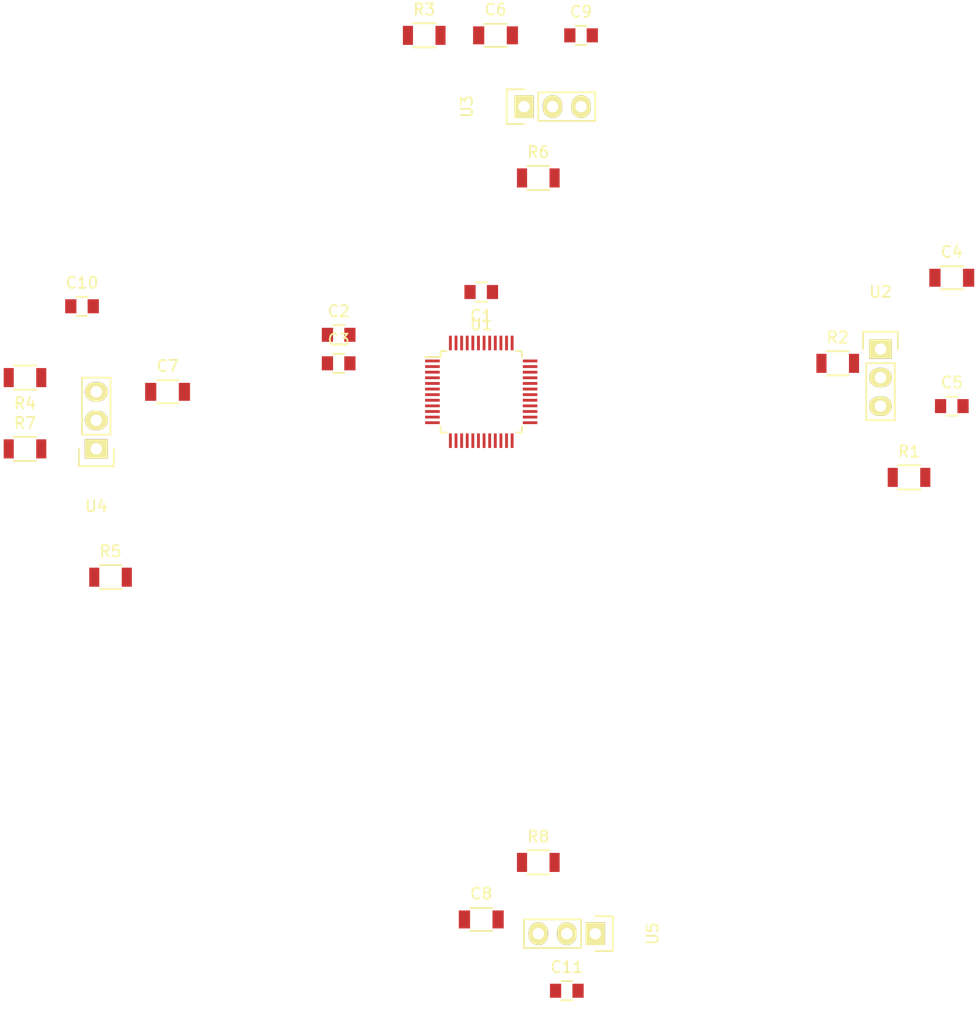
<source format=kicad_pcb>
(kicad_pcb (version 4) (host pcbnew 4.0.4-stable)

  (general
    (links 48)
    (no_connects 48)
    (area 0 0 0 0)
    (thickness 1.6)
    (drawings 0)
    (tracks 0)
    (zones 0)
    (modules 24)
    (nets 51)
  )

  (page A4)
  (title_block
    (title LO_Necklet)
    (date 2017-06-23)
    (rev A)
    (company "Light Orchard")
    (comment 1 "Matthew Swarts")
  )

  (layers
    (0 F.Cu signal)
    (31 B.Cu signal)
    (32 B.Adhes user)
    (33 F.Adhes user)
    (34 B.Paste user)
    (35 F.Paste user)
    (36 B.SilkS user)
    (37 F.SilkS user)
    (38 B.Mask user)
    (39 F.Mask user)
    (40 Dwgs.User user)
    (41 Cmts.User user)
    (42 Eco1.User user)
    (43 Eco2.User user)
    (44 Edge.Cuts user)
    (45 Margin user)
    (46 B.CrtYd user)
    (47 F.CrtYd user)
    (48 B.Fab user)
    (49 F.Fab user)
  )

  (setup
    (last_trace_width 0.25)
    (trace_clearance 0.2)
    (zone_clearance 0.508)
    (zone_45_only no)
    (trace_min 0.2)
    (segment_width 0.2)
    (edge_width 0.15)
    (via_size 0.6)
    (via_drill 0.4)
    (via_min_size 0.4)
    (via_min_drill 0.3)
    (uvia_size 0.3)
    (uvia_drill 0.1)
    (uvias_allowed no)
    (uvia_min_size 0.2)
    (uvia_min_drill 0.1)
    (pcb_text_width 0.3)
    (pcb_text_size 1.5 1.5)
    (mod_edge_width 0.15)
    (mod_text_size 1 1)
    (mod_text_width 0.15)
    (pad_size 1.524 1.524)
    (pad_drill 0.762)
    (pad_to_mask_clearance 0.2)
    (aux_axis_origin 0 0)
    (visible_elements FFFFFF7F)
    (pcbplotparams
      (layerselection 0x00030_80000001)
      (usegerberextensions false)
      (excludeedgelayer true)
      (linewidth 0.250000)
      (plotframeref false)
      (viasonmask false)
      (mode 1)
      (useauxorigin false)
      (hpglpennumber 1)
      (hpglpenspeed 20)
      (hpglpendiameter 15)
      (hpglpenoverlay 2)
      (psnegative false)
      (psa4output false)
      (plotreference true)
      (plotvalue true)
      (plotinvisibletext false)
      (padsonsilk false)
      (subtractmaskfromsilk false)
      (outputformat 1)
      (mirror false)
      (drillshape 1)
      (scaleselection 1)
      (outputdirectory ""))
  )

  (net 0 "")
  (net 1 GND)
  (net 2 "Net-(C1-Pad2)")
  (net 3 "Net-(C2-Pad2)")
  (net 4 "Net-(C3-Pad2)")
  (net 5 "Net-(C4-Pad1)")
  (net 6 "Net-(C6-Pad1)")
  (net 7 "Net-(C10-Pad1)")
  (net 8 "Net-(C11-Pad1)")
  (net 9 V33)
  (net 10 IRIN1)
  (net 11 IRIN2)
  (net 12 IRIN3)
  (net 13 IRIN4)
  (net 14 A0)
  (net 15 AREF)
  (net 16 A1)
  (net 17 A2)
  (net 18 A3)
  (net 19 A4)
  (net 20 D8)
  (net 21 D9)
  (net 22 D4)
  (net 23 D3)
  (net 24 D1)
  (net 25 D0)
  (net 26 MOSI1)
  (net 27 SK1)
  (net 28 MISO1)
  (net 29 "Net-(U1-Pad22)")
  (net 30 D2)
  (net 31 D5)
  (net 32 D11)
  (net 33 D13)
  (net 34 D10)
  (net 35 D12)
  (net 36 D6)
  (net 37 D7)
  (net 38 SDA1)
  (net 39 SCL1)
  (net 40 D-)
  (net 41 D+)
  (net 42 TXD1)
  (net 43 RXD1)
  (net 44 TXLED)
  (net 45 RESET)
  (net 46 USBHOSTEN)
  (net 47 SWCLK)
  (net 48 SWDIO)
  (net 49 A5)
  (net 50 RXLED)

  (net_class Default "This is the default net class."
    (clearance 0.2)
    (trace_width 0.25)
    (via_dia 0.6)
    (via_drill 0.4)
    (uvia_dia 0.3)
    (uvia_drill 0.1)
    (add_net A0)
    (add_net A1)
    (add_net A2)
    (add_net A3)
    (add_net A4)
    (add_net A5)
    (add_net AREF)
    (add_net D+)
    (add_net D-)
    (add_net D0)
    (add_net D1)
    (add_net D10)
    (add_net D11)
    (add_net D12)
    (add_net D13)
    (add_net D2)
    (add_net D3)
    (add_net D4)
    (add_net D5)
    (add_net D6)
    (add_net D7)
    (add_net D8)
    (add_net D9)
    (add_net GND)
    (add_net IRIN1)
    (add_net IRIN2)
    (add_net IRIN3)
    (add_net IRIN4)
    (add_net MISO1)
    (add_net MOSI1)
    (add_net "Net-(C1-Pad2)")
    (add_net "Net-(C10-Pad1)")
    (add_net "Net-(C11-Pad1)")
    (add_net "Net-(C2-Pad2)")
    (add_net "Net-(C3-Pad2)")
    (add_net "Net-(C4-Pad1)")
    (add_net "Net-(C6-Pad1)")
    (add_net "Net-(U1-Pad22)")
    (add_net RESET)
    (add_net RXD1)
    (add_net RXLED)
    (add_net SCL1)
    (add_net SDA1)
    (add_net SK1)
    (add_net SWCLK)
    (add_net SWDIO)
    (add_net TXD1)
    (add_net TXLED)
    (add_net USBHOSTEN)
    (add_net V33)
  )

  (module Capacitors_SMD:C_0805 (layer F.Cu) (tedit 5415D6EA) (tstamp 594D2E2B)
    (at 135.89 63.5 180)
    (descr "Capacitor SMD 0805, reflow soldering, AVX (see smccp.pdf)")
    (tags "capacitor 0805")
    (path /594D1F1A)
    (attr smd)
    (fp_text reference C1 (at 0 -2.1 180) (layer F.SilkS)
      (effects (font (size 1 1) (thickness 0.15)))
    )
    (fp_text value 1uF (at 0 2.1 180) (layer F.Fab)
      (effects (font (size 1 1) (thickness 0.15)))
    )
    (fp_line (start -1.8 -1) (end 1.8 -1) (layer F.CrtYd) (width 0.05))
    (fp_line (start -1.8 1) (end 1.8 1) (layer F.CrtYd) (width 0.05))
    (fp_line (start -1.8 -1) (end -1.8 1) (layer F.CrtYd) (width 0.05))
    (fp_line (start 1.8 -1) (end 1.8 1) (layer F.CrtYd) (width 0.05))
    (fp_line (start 0.5 -0.85) (end -0.5 -0.85) (layer F.SilkS) (width 0.15))
    (fp_line (start -0.5 0.85) (end 0.5 0.85) (layer F.SilkS) (width 0.15))
    (pad 1 smd rect (at -1 0 180) (size 1 1.25) (layers F.Cu F.Paste F.Mask)
      (net 1 GND))
    (pad 2 smd rect (at 1 0 180) (size 1 1.25) (layers F.Cu F.Paste F.Mask)
      (net 2 "Net-(C1-Pad2)"))
    (model Capacitors_SMD.3dshapes/C_0805.wrl
      (at (xyz 0 0 0))
      (scale (xyz 1 1 1))
      (rotate (xyz 0 0 0))
    )
  )

  (module Capacitors_SMD:C_0805 (layer F.Cu) (tedit 5415D6EA) (tstamp 594D2E31)
    (at 123.19 67.31)
    (descr "Capacitor SMD 0805, reflow soldering, AVX (see smccp.pdf)")
    (tags "capacitor 0805")
    (path /594D137B)
    (attr smd)
    (fp_text reference C2 (at 0 -2.1) (layer F.SilkS)
      (effects (font (size 1 1) (thickness 0.15)))
    )
    (fp_text value 22pF (at 0 2.1) (layer F.Fab)
      (effects (font (size 1 1) (thickness 0.15)))
    )
    (fp_line (start -1.8 -1) (end 1.8 -1) (layer F.CrtYd) (width 0.05))
    (fp_line (start -1.8 1) (end 1.8 1) (layer F.CrtYd) (width 0.05))
    (fp_line (start -1.8 -1) (end -1.8 1) (layer F.CrtYd) (width 0.05))
    (fp_line (start 1.8 -1) (end 1.8 1) (layer F.CrtYd) (width 0.05))
    (fp_line (start 0.5 -0.85) (end -0.5 -0.85) (layer F.SilkS) (width 0.15))
    (fp_line (start -0.5 0.85) (end 0.5 0.85) (layer F.SilkS) (width 0.15))
    (pad 1 smd rect (at -1 0) (size 1 1.25) (layers F.Cu F.Paste F.Mask)
      (net 1 GND))
    (pad 2 smd rect (at 1 0) (size 1 1.25) (layers F.Cu F.Paste F.Mask)
      (net 3 "Net-(C2-Pad2)"))
    (model Capacitors_SMD.3dshapes/C_0805.wrl
      (at (xyz 0 0 0))
      (scale (xyz 1 1 1))
      (rotate (xyz 0 0 0))
    )
  )

  (module Capacitors_SMD:C_0805 (layer F.Cu) (tedit 5415D6EA) (tstamp 594D2E37)
    (at 123.19 69.85)
    (descr "Capacitor SMD 0805, reflow soldering, AVX (see smccp.pdf)")
    (tags "capacitor 0805")
    (path /594D13D8)
    (attr smd)
    (fp_text reference C3 (at 0 -2.1) (layer F.SilkS)
      (effects (font (size 1 1) (thickness 0.15)))
    )
    (fp_text value 22pF (at 0 2.1) (layer F.Fab)
      (effects (font (size 1 1) (thickness 0.15)))
    )
    (fp_line (start -1.8 -1) (end 1.8 -1) (layer F.CrtYd) (width 0.05))
    (fp_line (start -1.8 1) (end 1.8 1) (layer F.CrtYd) (width 0.05))
    (fp_line (start -1.8 -1) (end -1.8 1) (layer F.CrtYd) (width 0.05))
    (fp_line (start 1.8 -1) (end 1.8 1) (layer F.CrtYd) (width 0.05))
    (fp_line (start 0.5 -0.85) (end -0.5 -0.85) (layer F.SilkS) (width 0.15))
    (fp_line (start -0.5 0.85) (end 0.5 0.85) (layer F.SilkS) (width 0.15))
    (pad 1 smd rect (at -1 0) (size 1 1.25) (layers F.Cu F.Paste F.Mask)
      (net 1 GND))
    (pad 2 smd rect (at 1 0) (size 1 1.25) (layers F.Cu F.Paste F.Mask)
      (net 4 "Net-(C3-Pad2)"))
    (model Capacitors_SMD.3dshapes/C_0805.wrl
      (at (xyz 0 0 0))
      (scale (xyz 1 1 1))
      (rotate (xyz 0 0 0))
    )
  )

  (module Capacitors_SMD:C_1206 (layer F.Cu) (tedit 5415D7BD) (tstamp 594D2E3D)
    (at 177.8 62.23)
    (descr "Capacitor SMD 1206, reflow soldering, AVX (see smccp.pdf)")
    (tags "capacitor 1206")
    (path /594D409E)
    (attr smd)
    (fp_text reference C4 (at 0 -2.3) (layer F.SilkS)
      (effects (font (size 1 1) (thickness 0.15)))
    )
    (fp_text value 100uF (at 0 2.3) (layer F.Fab)
      (effects (font (size 1 1) (thickness 0.15)))
    )
    (fp_line (start -2.3 -1.15) (end 2.3 -1.15) (layer F.CrtYd) (width 0.05))
    (fp_line (start -2.3 1.15) (end 2.3 1.15) (layer F.CrtYd) (width 0.05))
    (fp_line (start -2.3 -1.15) (end -2.3 1.15) (layer F.CrtYd) (width 0.05))
    (fp_line (start 2.3 -1.15) (end 2.3 1.15) (layer F.CrtYd) (width 0.05))
    (fp_line (start 1 -1.025) (end -1 -1.025) (layer F.SilkS) (width 0.15))
    (fp_line (start -1 1.025) (end 1 1.025) (layer F.SilkS) (width 0.15))
    (pad 1 smd rect (at -1.5 0) (size 1 1.6) (layers F.Cu F.Paste F.Mask)
      (net 5 "Net-(C4-Pad1)"))
    (pad 2 smd rect (at 1.5 0) (size 1 1.6) (layers F.Cu F.Paste F.Mask)
      (net 1 GND))
    (model Capacitors_SMD.3dshapes/C_1206.wrl
      (at (xyz 0 0 0))
      (scale (xyz 1 1 1))
      (rotate (xyz 0 0 0))
    )
  )

  (module Capacitors_SMD:C_0805 (layer F.Cu) (tedit 5415D6EA) (tstamp 594D2E43)
    (at 177.8 73.66)
    (descr "Capacitor SMD 0805, reflow soldering, AVX (see smccp.pdf)")
    (tags "capacitor 0805")
    (path /594D4508)
    (attr smd)
    (fp_text reference C5 (at 0 -2.1) (layer F.SilkS)
      (effects (font (size 1 1) (thickness 0.15)))
    )
    (fp_text value 0.1uF (at 0 2.1) (layer F.Fab)
      (effects (font (size 1 1) (thickness 0.15)))
    )
    (fp_line (start -1.8 -1) (end 1.8 -1) (layer F.CrtYd) (width 0.05))
    (fp_line (start -1.8 1) (end 1.8 1) (layer F.CrtYd) (width 0.05))
    (fp_line (start -1.8 -1) (end -1.8 1) (layer F.CrtYd) (width 0.05))
    (fp_line (start 1.8 -1) (end 1.8 1) (layer F.CrtYd) (width 0.05))
    (fp_line (start 0.5 -0.85) (end -0.5 -0.85) (layer F.SilkS) (width 0.15))
    (fp_line (start -0.5 0.85) (end 0.5 0.85) (layer F.SilkS) (width 0.15))
    (pad 1 smd rect (at -1 0) (size 1 1.25) (layers F.Cu F.Paste F.Mask)
      (net 5 "Net-(C4-Pad1)"))
    (pad 2 smd rect (at 1 0) (size 1 1.25) (layers F.Cu F.Paste F.Mask)
      (net 1 GND))
    (model Capacitors_SMD.3dshapes/C_0805.wrl
      (at (xyz 0 0 0))
      (scale (xyz 1 1 1))
      (rotate (xyz 0 0 0))
    )
  )

  (module Capacitors_SMD:C_1206 (layer F.Cu) (tedit 5415D7BD) (tstamp 594D2E49)
    (at 137.16 40.64)
    (descr "Capacitor SMD 1206, reflow soldering, AVX (see smccp.pdf)")
    (tags "capacitor 1206")
    (path /594D607B)
    (attr smd)
    (fp_text reference C6 (at 0 -2.3) (layer F.SilkS)
      (effects (font (size 1 1) (thickness 0.15)))
    )
    (fp_text value 100uF (at 0 2.3) (layer F.Fab)
      (effects (font (size 1 1) (thickness 0.15)))
    )
    (fp_line (start -2.3 -1.15) (end 2.3 -1.15) (layer F.CrtYd) (width 0.05))
    (fp_line (start -2.3 1.15) (end 2.3 1.15) (layer F.CrtYd) (width 0.05))
    (fp_line (start -2.3 -1.15) (end -2.3 1.15) (layer F.CrtYd) (width 0.05))
    (fp_line (start 2.3 -1.15) (end 2.3 1.15) (layer F.CrtYd) (width 0.05))
    (fp_line (start 1 -1.025) (end -1 -1.025) (layer F.SilkS) (width 0.15))
    (fp_line (start -1 1.025) (end 1 1.025) (layer F.SilkS) (width 0.15))
    (pad 1 smd rect (at -1.5 0) (size 1 1.6) (layers F.Cu F.Paste F.Mask)
      (net 6 "Net-(C6-Pad1)"))
    (pad 2 smd rect (at 1.5 0) (size 1 1.6) (layers F.Cu F.Paste F.Mask)
      (net 1 GND))
    (model Capacitors_SMD.3dshapes/C_1206.wrl
      (at (xyz 0 0 0))
      (scale (xyz 1 1 1))
      (rotate (xyz 0 0 0))
    )
  )

  (module Capacitors_SMD:C_1206 (layer F.Cu) (tedit 5415D7BD) (tstamp 594D2E4F)
    (at 107.95 72.39)
    (descr "Capacitor SMD 1206, reflow soldering, AVX (see smccp.pdf)")
    (tags "capacitor 1206")
    (path /594D65B3)
    (attr smd)
    (fp_text reference C7 (at 0 -2.3) (layer F.SilkS)
      (effects (font (size 1 1) (thickness 0.15)))
    )
    (fp_text value 100uF (at 0 2.3) (layer F.Fab)
      (effects (font (size 1 1) (thickness 0.15)))
    )
    (fp_line (start -2.3 -1.15) (end 2.3 -1.15) (layer F.CrtYd) (width 0.05))
    (fp_line (start -2.3 1.15) (end 2.3 1.15) (layer F.CrtYd) (width 0.05))
    (fp_line (start -2.3 -1.15) (end -2.3 1.15) (layer F.CrtYd) (width 0.05))
    (fp_line (start 2.3 -1.15) (end 2.3 1.15) (layer F.CrtYd) (width 0.05))
    (fp_line (start 1 -1.025) (end -1 -1.025) (layer F.SilkS) (width 0.15))
    (fp_line (start -1 1.025) (end 1 1.025) (layer F.SilkS) (width 0.15))
    (pad 1 smd rect (at -1.5 0) (size 1 1.6) (layers F.Cu F.Paste F.Mask)
      (net 7 "Net-(C10-Pad1)"))
    (pad 2 smd rect (at 1.5 0) (size 1 1.6) (layers F.Cu F.Paste F.Mask)
      (net 1 GND))
    (model Capacitors_SMD.3dshapes/C_1206.wrl
      (at (xyz 0 0 0))
      (scale (xyz 1 1 1))
      (rotate (xyz 0 0 0))
    )
  )

  (module Capacitors_SMD:C_1206 (layer F.Cu) (tedit 5415D7BD) (tstamp 594D2E55)
    (at 135.89 119.38)
    (descr "Capacitor SMD 1206, reflow soldering, AVX (see smccp.pdf)")
    (tags "capacitor 1206")
    (path /594D65E7)
    (attr smd)
    (fp_text reference C8 (at 0 -2.3) (layer F.SilkS)
      (effects (font (size 1 1) (thickness 0.15)))
    )
    (fp_text value 100uF (at 0 2.3) (layer F.Fab)
      (effects (font (size 1 1) (thickness 0.15)))
    )
    (fp_line (start -2.3 -1.15) (end 2.3 -1.15) (layer F.CrtYd) (width 0.05))
    (fp_line (start -2.3 1.15) (end 2.3 1.15) (layer F.CrtYd) (width 0.05))
    (fp_line (start -2.3 -1.15) (end -2.3 1.15) (layer F.CrtYd) (width 0.05))
    (fp_line (start 2.3 -1.15) (end 2.3 1.15) (layer F.CrtYd) (width 0.05))
    (fp_line (start 1 -1.025) (end -1 -1.025) (layer F.SilkS) (width 0.15))
    (fp_line (start -1 1.025) (end 1 1.025) (layer F.SilkS) (width 0.15))
    (pad 1 smd rect (at -1.5 0) (size 1 1.6) (layers F.Cu F.Paste F.Mask)
      (net 8 "Net-(C11-Pad1)"))
    (pad 2 smd rect (at 1.5 0) (size 1 1.6) (layers F.Cu F.Paste F.Mask)
      (net 1 GND))
    (model Capacitors_SMD.3dshapes/C_1206.wrl
      (at (xyz 0 0 0))
      (scale (xyz 1 1 1))
      (rotate (xyz 0 0 0))
    )
  )

  (module Capacitors_SMD:C_0805 (layer F.Cu) (tedit 5415D6EA) (tstamp 594D2E5B)
    (at 144.78 40.64)
    (descr "Capacitor SMD 0805, reflow soldering, AVX (see smccp.pdf)")
    (tags "capacitor 0805")
    (path /594D608D)
    (attr smd)
    (fp_text reference C9 (at 0 -2.1) (layer F.SilkS)
      (effects (font (size 1 1) (thickness 0.15)))
    )
    (fp_text value 0.1uF (at 0 2.1) (layer F.Fab)
      (effects (font (size 1 1) (thickness 0.15)))
    )
    (fp_line (start -1.8 -1) (end 1.8 -1) (layer F.CrtYd) (width 0.05))
    (fp_line (start -1.8 1) (end 1.8 1) (layer F.CrtYd) (width 0.05))
    (fp_line (start -1.8 -1) (end -1.8 1) (layer F.CrtYd) (width 0.05))
    (fp_line (start 1.8 -1) (end 1.8 1) (layer F.CrtYd) (width 0.05))
    (fp_line (start 0.5 -0.85) (end -0.5 -0.85) (layer F.SilkS) (width 0.15))
    (fp_line (start -0.5 0.85) (end 0.5 0.85) (layer F.SilkS) (width 0.15))
    (pad 1 smd rect (at -1 0) (size 1 1.25) (layers F.Cu F.Paste F.Mask)
      (net 6 "Net-(C6-Pad1)"))
    (pad 2 smd rect (at 1 0) (size 1 1.25) (layers F.Cu F.Paste F.Mask)
      (net 1 GND))
    (model Capacitors_SMD.3dshapes/C_0805.wrl
      (at (xyz 0 0 0))
      (scale (xyz 1 1 1))
      (rotate (xyz 0 0 0))
    )
  )

  (module Capacitors_SMD:C_0805 (layer F.Cu) (tedit 5415D6EA) (tstamp 594D2E61)
    (at 100.33 64.77)
    (descr "Capacitor SMD 0805, reflow soldering, AVX (see smccp.pdf)")
    (tags "capacitor 0805")
    (path /594D65C5)
    (attr smd)
    (fp_text reference C10 (at 0 -2.1) (layer F.SilkS)
      (effects (font (size 1 1) (thickness 0.15)))
    )
    (fp_text value 0.1uF (at 0 2.1) (layer F.Fab)
      (effects (font (size 1 1) (thickness 0.15)))
    )
    (fp_line (start -1.8 -1) (end 1.8 -1) (layer F.CrtYd) (width 0.05))
    (fp_line (start -1.8 1) (end 1.8 1) (layer F.CrtYd) (width 0.05))
    (fp_line (start -1.8 -1) (end -1.8 1) (layer F.CrtYd) (width 0.05))
    (fp_line (start 1.8 -1) (end 1.8 1) (layer F.CrtYd) (width 0.05))
    (fp_line (start 0.5 -0.85) (end -0.5 -0.85) (layer F.SilkS) (width 0.15))
    (fp_line (start -0.5 0.85) (end 0.5 0.85) (layer F.SilkS) (width 0.15))
    (pad 1 smd rect (at -1 0) (size 1 1.25) (layers F.Cu F.Paste F.Mask)
      (net 7 "Net-(C10-Pad1)"))
    (pad 2 smd rect (at 1 0) (size 1 1.25) (layers F.Cu F.Paste F.Mask)
      (net 1 GND))
    (model Capacitors_SMD.3dshapes/C_0805.wrl
      (at (xyz 0 0 0))
      (scale (xyz 1 1 1))
      (rotate (xyz 0 0 0))
    )
  )

  (module Capacitors_SMD:C_0805 (layer F.Cu) (tedit 5415D6EA) (tstamp 594D2E67)
    (at 143.51 125.73)
    (descr "Capacitor SMD 0805, reflow soldering, AVX (see smccp.pdf)")
    (tags "capacitor 0805")
    (path /594D65F9)
    (attr smd)
    (fp_text reference C11 (at 0 -2.1) (layer F.SilkS)
      (effects (font (size 1 1) (thickness 0.15)))
    )
    (fp_text value 0.1uF (at 0 2.1) (layer F.Fab)
      (effects (font (size 1 1) (thickness 0.15)))
    )
    (fp_line (start -1.8 -1) (end 1.8 -1) (layer F.CrtYd) (width 0.05))
    (fp_line (start -1.8 1) (end 1.8 1) (layer F.CrtYd) (width 0.05))
    (fp_line (start -1.8 -1) (end -1.8 1) (layer F.CrtYd) (width 0.05))
    (fp_line (start 1.8 -1) (end 1.8 1) (layer F.CrtYd) (width 0.05))
    (fp_line (start 0.5 -0.85) (end -0.5 -0.85) (layer F.SilkS) (width 0.15))
    (fp_line (start -0.5 0.85) (end 0.5 0.85) (layer F.SilkS) (width 0.15))
    (pad 1 smd rect (at -1 0) (size 1 1.25) (layers F.Cu F.Paste F.Mask)
      (net 8 "Net-(C11-Pad1)"))
    (pad 2 smd rect (at 1 0) (size 1 1.25) (layers F.Cu F.Paste F.Mask)
      (net 1 GND))
    (model Capacitors_SMD.3dshapes/C_0805.wrl
      (at (xyz 0 0 0))
      (scale (xyz 1 1 1))
      (rotate (xyz 0 0 0))
    )
  )

  (module Resistors_SMD:R_1206 (layer F.Cu) (tedit 5415CFA7) (tstamp 594D2E6D)
    (at 173.99 80.01)
    (descr "Resistor SMD 1206, reflow soldering, Vishay (see dcrcw.pdf)")
    (tags "resistor 1206")
    (path /594D41CC)
    (attr smd)
    (fp_text reference R1 (at 0 -2.3) (layer F.SilkS)
      (effects (font (size 1 1) (thickness 0.15)))
    )
    (fp_text value 100 (at 0 2.3) (layer F.Fab)
      (effects (font (size 1 1) (thickness 0.15)))
    )
    (fp_line (start -2.2 -1.2) (end 2.2 -1.2) (layer F.CrtYd) (width 0.05))
    (fp_line (start -2.2 1.2) (end 2.2 1.2) (layer F.CrtYd) (width 0.05))
    (fp_line (start -2.2 -1.2) (end -2.2 1.2) (layer F.CrtYd) (width 0.05))
    (fp_line (start 2.2 -1.2) (end 2.2 1.2) (layer F.CrtYd) (width 0.05))
    (fp_line (start 1 1.075) (end -1 1.075) (layer F.SilkS) (width 0.15))
    (fp_line (start -1 -1.075) (end 1 -1.075) (layer F.SilkS) (width 0.15))
    (pad 1 smd rect (at -1.45 0) (size 0.9 1.7) (layers F.Cu F.Paste F.Mask)
      (net 9 V33))
    (pad 2 smd rect (at 1.45 0) (size 0.9 1.7) (layers F.Cu F.Paste F.Mask)
      (net 5 "Net-(C4-Pad1)"))
    (model Resistors_SMD.3dshapes/R_1206.wrl
      (at (xyz 0 0 0))
      (scale (xyz 1 1 1))
      (rotate (xyz 0 0 0))
    )
  )

  (module Resistors_SMD:R_1206 (layer F.Cu) (tedit 5415CFA7) (tstamp 594D2E73)
    (at 167.64 69.85)
    (descr "Resistor SMD 1206, reflow soldering, Vishay (see dcrcw.pdf)")
    (tags "resistor 1206")
    (path /594D428F)
    (attr smd)
    (fp_text reference R2 (at 0 -2.3) (layer F.SilkS)
      (effects (font (size 1 1) (thickness 0.15)))
    )
    (fp_text value 10K (at 0 2.3) (layer F.Fab)
      (effects (font (size 1 1) (thickness 0.15)))
    )
    (fp_line (start -2.2 -1.2) (end 2.2 -1.2) (layer F.CrtYd) (width 0.05))
    (fp_line (start -2.2 1.2) (end 2.2 1.2) (layer F.CrtYd) (width 0.05))
    (fp_line (start -2.2 -1.2) (end -2.2 1.2) (layer F.CrtYd) (width 0.05))
    (fp_line (start 2.2 -1.2) (end 2.2 1.2) (layer F.CrtYd) (width 0.05))
    (fp_line (start 1 1.075) (end -1 1.075) (layer F.SilkS) (width 0.15))
    (fp_line (start -1 -1.075) (end 1 -1.075) (layer F.SilkS) (width 0.15))
    (pad 1 smd rect (at -1.45 0) (size 0.9 1.7) (layers F.Cu F.Paste F.Mask)
      (net 5 "Net-(C4-Pad1)"))
    (pad 2 smd rect (at 1.45 0) (size 0.9 1.7) (layers F.Cu F.Paste F.Mask)
      (net 10 IRIN1))
    (model Resistors_SMD.3dshapes/R_1206.wrl
      (at (xyz 0 0 0))
      (scale (xyz 1 1 1))
      (rotate (xyz 0 0 0))
    )
  )

  (module Resistors_SMD:R_1206 (layer F.Cu) (tedit 5415CFA7) (tstamp 594D2E79)
    (at 130.81 40.64)
    (descr "Resistor SMD 1206, reflow soldering, Vishay (see dcrcw.pdf)")
    (tags "resistor 1206")
    (path /594D6081)
    (attr smd)
    (fp_text reference R3 (at 0 -2.3) (layer F.SilkS)
      (effects (font (size 1 1) (thickness 0.15)))
    )
    (fp_text value 100 (at 0 2.3) (layer F.Fab)
      (effects (font (size 1 1) (thickness 0.15)))
    )
    (fp_line (start -2.2 -1.2) (end 2.2 -1.2) (layer F.CrtYd) (width 0.05))
    (fp_line (start -2.2 1.2) (end 2.2 1.2) (layer F.CrtYd) (width 0.05))
    (fp_line (start -2.2 -1.2) (end -2.2 1.2) (layer F.CrtYd) (width 0.05))
    (fp_line (start 2.2 -1.2) (end 2.2 1.2) (layer F.CrtYd) (width 0.05))
    (fp_line (start 1 1.075) (end -1 1.075) (layer F.SilkS) (width 0.15))
    (fp_line (start -1 -1.075) (end 1 -1.075) (layer F.SilkS) (width 0.15))
    (pad 1 smd rect (at -1.45 0) (size 0.9 1.7) (layers F.Cu F.Paste F.Mask)
      (net 9 V33))
    (pad 2 smd rect (at 1.45 0) (size 0.9 1.7) (layers F.Cu F.Paste F.Mask)
      (net 6 "Net-(C6-Pad1)"))
    (model Resistors_SMD.3dshapes/R_1206.wrl
      (at (xyz 0 0 0))
      (scale (xyz 1 1 1))
      (rotate (xyz 0 0 0))
    )
  )

  (module Resistors_SMD:R_1206 (layer F.Cu) (tedit 5415CFA7) (tstamp 594D2E7F)
    (at 95.25 71.12 180)
    (descr "Resistor SMD 1206, reflow soldering, Vishay (see dcrcw.pdf)")
    (tags "resistor 1206")
    (path /594D65B9)
    (attr smd)
    (fp_text reference R4 (at 0 -2.3 180) (layer F.SilkS)
      (effects (font (size 1 1) (thickness 0.15)))
    )
    (fp_text value 100 (at 0 2.3 180) (layer F.Fab)
      (effects (font (size 1 1) (thickness 0.15)))
    )
    (fp_line (start -2.2 -1.2) (end 2.2 -1.2) (layer F.CrtYd) (width 0.05))
    (fp_line (start -2.2 1.2) (end 2.2 1.2) (layer F.CrtYd) (width 0.05))
    (fp_line (start -2.2 -1.2) (end -2.2 1.2) (layer F.CrtYd) (width 0.05))
    (fp_line (start 2.2 -1.2) (end 2.2 1.2) (layer F.CrtYd) (width 0.05))
    (fp_line (start 1 1.075) (end -1 1.075) (layer F.SilkS) (width 0.15))
    (fp_line (start -1 -1.075) (end 1 -1.075) (layer F.SilkS) (width 0.15))
    (pad 1 smd rect (at -1.45 0 180) (size 0.9 1.7) (layers F.Cu F.Paste F.Mask)
      (net 9 V33))
    (pad 2 smd rect (at 1.45 0 180) (size 0.9 1.7) (layers F.Cu F.Paste F.Mask)
      (net 7 "Net-(C10-Pad1)"))
    (model Resistors_SMD.3dshapes/R_1206.wrl
      (at (xyz 0 0 0))
      (scale (xyz 1 1 1))
      (rotate (xyz 0 0 0))
    )
  )

  (module Resistors_SMD:R_1206 (layer F.Cu) (tedit 5415CFA7) (tstamp 594D2E85)
    (at 102.87 88.9)
    (descr "Resistor SMD 1206, reflow soldering, Vishay (see dcrcw.pdf)")
    (tags "resistor 1206")
    (path /594D65ED)
    (attr smd)
    (fp_text reference R5 (at 0 -2.3) (layer F.SilkS)
      (effects (font (size 1 1) (thickness 0.15)))
    )
    (fp_text value 100 (at 0 2.3) (layer F.Fab)
      (effects (font (size 1 1) (thickness 0.15)))
    )
    (fp_line (start -2.2 -1.2) (end 2.2 -1.2) (layer F.CrtYd) (width 0.05))
    (fp_line (start -2.2 1.2) (end 2.2 1.2) (layer F.CrtYd) (width 0.05))
    (fp_line (start -2.2 -1.2) (end -2.2 1.2) (layer F.CrtYd) (width 0.05))
    (fp_line (start 2.2 -1.2) (end 2.2 1.2) (layer F.CrtYd) (width 0.05))
    (fp_line (start 1 1.075) (end -1 1.075) (layer F.SilkS) (width 0.15))
    (fp_line (start -1 -1.075) (end 1 -1.075) (layer F.SilkS) (width 0.15))
    (pad 1 smd rect (at -1.45 0) (size 0.9 1.7) (layers F.Cu F.Paste F.Mask)
      (net 9 V33))
    (pad 2 smd rect (at 1.45 0) (size 0.9 1.7) (layers F.Cu F.Paste F.Mask)
      (net 8 "Net-(C11-Pad1)"))
    (model Resistors_SMD.3dshapes/R_1206.wrl
      (at (xyz 0 0 0))
      (scale (xyz 1 1 1))
      (rotate (xyz 0 0 0))
    )
  )

  (module Resistors_SMD:R_1206 (layer F.Cu) (tedit 5415CFA7) (tstamp 594D2E8B)
    (at 140.97 53.34)
    (descr "Resistor SMD 1206, reflow soldering, Vishay (see dcrcw.pdf)")
    (tags "resistor 1206")
    (path /594D6087)
    (attr smd)
    (fp_text reference R6 (at 0 -2.3) (layer F.SilkS)
      (effects (font (size 1 1) (thickness 0.15)))
    )
    (fp_text value 10K (at 0 2.3) (layer F.Fab)
      (effects (font (size 1 1) (thickness 0.15)))
    )
    (fp_line (start -2.2 -1.2) (end 2.2 -1.2) (layer F.CrtYd) (width 0.05))
    (fp_line (start -2.2 1.2) (end 2.2 1.2) (layer F.CrtYd) (width 0.05))
    (fp_line (start -2.2 -1.2) (end -2.2 1.2) (layer F.CrtYd) (width 0.05))
    (fp_line (start 2.2 -1.2) (end 2.2 1.2) (layer F.CrtYd) (width 0.05))
    (fp_line (start 1 1.075) (end -1 1.075) (layer F.SilkS) (width 0.15))
    (fp_line (start -1 -1.075) (end 1 -1.075) (layer F.SilkS) (width 0.15))
    (pad 1 smd rect (at -1.45 0) (size 0.9 1.7) (layers F.Cu F.Paste F.Mask)
      (net 6 "Net-(C6-Pad1)"))
    (pad 2 smd rect (at 1.45 0) (size 0.9 1.7) (layers F.Cu F.Paste F.Mask)
      (net 11 IRIN2))
    (model Resistors_SMD.3dshapes/R_1206.wrl
      (at (xyz 0 0 0))
      (scale (xyz 1 1 1))
      (rotate (xyz 0 0 0))
    )
  )

  (module Resistors_SMD:R_1206 (layer F.Cu) (tedit 5415CFA7) (tstamp 594D2E91)
    (at 95.25 77.47)
    (descr "Resistor SMD 1206, reflow soldering, Vishay (see dcrcw.pdf)")
    (tags "resistor 1206")
    (path /594D65BF)
    (attr smd)
    (fp_text reference R7 (at 0 -2.3) (layer F.SilkS)
      (effects (font (size 1 1) (thickness 0.15)))
    )
    (fp_text value 10K (at 0 2.3) (layer F.Fab)
      (effects (font (size 1 1) (thickness 0.15)))
    )
    (fp_line (start -2.2 -1.2) (end 2.2 -1.2) (layer F.CrtYd) (width 0.05))
    (fp_line (start -2.2 1.2) (end 2.2 1.2) (layer F.CrtYd) (width 0.05))
    (fp_line (start -2.2 -1.2) (end -2.2 1.2) (layer F.CrtYd) (width 0.05))
    (fp_line (start 2.2 -1.2) (end 2.2 1.2) (layer F.CrtYd) (width 0.05))
    (fp_line (start 1 1.075) (end -1 1.075) (layer F.SilkS) (width 0.15))
    (fp_line (start -1 -1.075) (end 1 -1.075) (layer F.SilkS) (width 0.15))
    (pad 1 smd rect (at -1.45 0) (size 0.9 1.7) (layers F.Cu F.Paste F.Mask)
      (net 7 "Net-(C10-Pad1)"))
    (pad 2 smd rect (at 1.45 0) (size 0.9 1.7) (layers F.Cu F.Paste F.Mask)
      (net 12 IRIN3))
    (model Resistors_SMD.3dshapes/R_1206.wrl
      (at (xyz 0 0 0))
      (scale (xyz 1 1 1))
      (rotate (xyz 0 0 0))
    )
  )

  (module Resistors_SMD:R_1206 (layer F.Cu) (tedit 5415CFA7) (tstamp 594D2E97)
    (at 140.97 114.3)
    (descr "Resistor SMD 1206, reflow soldering, Vishay (see dcrcw.pdf)")
    (tags "resistor 1206")
    (path /594D65F3)
    (attr smd)
    (fp_text reference R8 (at 0 -2.3) (layer F.SilkS)
      (effects (font (size 1 1) (thickness 0.15)))
    )
    (fp_text value 10K (at 0 2.3) (layer F.Fab)
      (effects (font (size 1 1) (thickness 0.15)))
    )
    (fp_line (start -2.2 -1.2) (end 2.2 -1.2) (layer F.CrtYd) (width 0.05))
    (fp_line (start -2.2 1.2) (end 2.2 1.2) (layer F.CrtYd) (width 0.05))
    (fp_line (start -2.2 -1.2) (end -2.2 1.2) (layer F.CrtYd) (width 0.05))
    (fp_line (start 2.2 -1.2) (end 2.2 1.2) (layer F.CrtYd) (width 0.05))
    (fp_line (start 1 1.075) (end -1 1.075) (layer F.SilkS) (width 0.15))
    (fp_line (start -1 -1.075) (end 1 -1.075) (layer F.SilkS) (width 0.15))
    (pad 1 smd rect (at -1.45 0) (size 0.9 1.7) (layers F.Cu F.Paste F.Mask)
      (net 8 "Net-(C11-Pad1)"))
    (pad 2 smd rect (at 1.45 0) (size 0.9 1.7) (layers F.Cu F.Paste F.Mask)
      (net 13 IRIN4))
    (model Resistors_SMD.3dshapes/R_1206.wrl
      (at (xyz 0 0 0))
      (scale (xyz 1 1 1))
      (rotate (xyz 0 0 0))
    )
  )

  (module Housings_QFP:TQFP-48_7x7mm_Pitch0.5mm (layer F.Cu) (tedit 54130A77) (tstamp 594D2ECB)
    (at 135.89 72.39)
    (descr "48 LEAD TQFP 7x7mm (see MICREL TQFP7x7-48LD-PL-1.pdf)")
    (tags "QFP 0.5")
    (path /594D0E0B)
    (attr smd)
    (fp_text reference U1 (at 0 -6) (layer F.SilkS)
      (effects (font (size 1 1) (thickness 0.15)))
    )
    (fp_text value SAMD20G18A-A (at 0 6) (layer F.Fab)
      (effects (font (size 1 1) (thickness 0.15)))
    )
    (fp_line (start -5.25 -5.25) (end -5.25 5.25) (layer F.CrtYd) (width 0.05))
    (fp_line (start 5.25 -5.25) (end 5.25 5.25) (layer F.CrtYd) (width 0.05))
    (fp_line (start -5.25 -5.25) (end 5.25 -5.25) (layer F.CrtYd) (width 0.05))
    (fp_line (start -5.25 5.25) (end 5.25 5.25) (layer F.CrtYd) (width 0.05))
    (fp_line (start -3.625 -3.625) (end -3.625 -3.1) (layer F.SilkS) (width 0.15))
    (fp_line (start 3.625 -3.625) (end 3.625 -3.1) (layer F.SilkS) (width 0.15))
    (fp_line (start 3.625 3.625) (end 3.625 3.1) (layer F.SilkS) (width 0.15))
    (fp_line (start -3.625 3.625) (end -3.625 3.1) (layer F.SilkS) (width 0.15))
    (fp_line (start -3.625 -3.625) (end -3.1 -3.625) (layer F.SilkS) (width 0.15))
    (fp_line (start -3.625 3.625) (end -3.1 3.625) (layer F.SilkS) (width 0.15))
    (fp_line (start 3.625 3.625) (end 3.1 3.625) (layer F.SilkS) (width 0.15))
    (fp_line (start 3.625 -3.625) (end 3.1 -3.625) (layer F.SilkS) (width 0.15))
    (fp_line (start -3.625 -3.1) (end -5 -3.1) (layer F.SilkS) (width 0.15))
    (pad 1 smd rect (at -4.35 -2.75) (size 1.3 0.25) (layers F.Cu F.Paste F.Mask)
      (net 3 "Net-(C2-Pad2)"))
    (pad 2 smd rect (at -4.35 -2.25) (size 1.3 0.25) (layers F.Cu F.Paste F.Mask)
      (net 4 "Net-(C3-Pad2)"))
    (pad 3 smd rect (at -4.35 -1.75) (size 1.3 0.25) (layers F.Cu F.Paste F.Mask)
      (net 14 A0))
    (pad 4 smd rect (at -4.35 -1.25) (size 1.3 0.25) (layers F.Cu F.Paste F.Mask)
      (net 15 AREF))
    (pad 5 smd rect (at -4.35 -0.75) (size 1.3 0.25) (layers F.Cu F.Paste F.Mask)
      (net 1 GND))
    (pad 6 smd rect (at -4.35 -0.25) (size 1.3 0.25) (layers F.Cu F.Paste F.Mask)
      (net 9 V33))
    (pad 7 smd rect (at -4.35 0.25) (size 1.3 0.25) (layers F.Cu F.Paste F.Mask)
      (net 16 A1))
    (pad 8 smd rect (at -4.35 0.75) (size 1.3 0.25) (layers F.Cu F.Paste F.Mask)
      (net 17 A2))
    (pad 9 smd rect (at -4.35 1.25) (size 1.3 0.25) (layers F.Cu F.Paste F.Mask)
      (net 18 A3))
    (pad 10 smd rect (at -4.35 1.75) (size 1.3 0.25) (layers F.Cu F.Paste F.Mask)
      (net 19 A4))
    (pad 11 smd rect (at -4.35 2.25) (size 1.3 0.25) (layers F.Cu F.Paste F.Mask)
      (net 20 D8))
    (pad 12 smd rect (at -4.35 2.75) (size 1.3 0.25) (layers F.Cu F.Paste F.Mask)
      (net 21 D9))
    (pad 13 smd rect (at -2.75 4.35 90) (size 1.3 0.25) (layers F.Cu F.Paste F.Mask)
      (net 22 D4))
    (pad 14 smd rect (at -2.25 4.35 90) (size 1.3 0.25) (layers F.Cu F.Paste F.Mask)
      (net 23 D3))
    (pad 15 smd rect (at -1.75 4.35 90) (size 1.3 0.25) (layers F.Cu F.Paste F.Mask)
      (net 24 D1))
    (pad 16 smd rect (at -1.25 4.35 90) (size 1.3 0.25) (layers F.Cu F.Paste F.Mask)
      (net 25 D0))
    (pad 17 smd rect (at -0.75 4.35 90) (size 1.3 0.25) (layers F.Cu F.Paste F.Mask)
      (net 9 V33))
    (pad 18 smd rect (at -0.25 4.35 90) (size 1.3 0.25) (layers F.Cu F.Paste F.Mask)
      (net 1 GND))
    (pad 19 smd rect (at 0.25 4.35 90) (size 1.3 0.25) (layers F.Cu F.Paste F.Mask)
      (net 26 MOSI1))
    (pad 20 smd rect (at 0.75 4.35 90) (size 1.3 0.25) (layers F.Cu F.Paste F.Mask)
      (net 27 SK1))
    (pad 21 smd rect (at 1.25 4.35 90) (size 1.3 0.25) (layers F.Cu F.Paste F.Mask)
      (net 28 MISO1))
    (pad 22 smd rect (at 1.75 4.35 90) (size 1.3 0.25) (layers F.Cu F.Paste F.Mask)
      (net 29 "Net-(U1-Pad22)"))
    (pad 23 smd rect (at 2.25 4.35 90) (size 1.3 0.25) (layers F.Cu F.Paste F.Mask)
      (net 30 D2))
    (pad 24 smd rect (at 2.75 4.35 90) (size 1.3 0.25) (layers F.Cu F.Paste F.Mask)
      (net 31 D5))
    (pad 25 smd rect (at 4.35 2.75) (size 1.3 0.25) (layers F.Cu F.Paste F.Mask)
      (net 32 D11))
    (pad 26 smd rect (at 4.35 2.25) (size 1.3 0.25) (layers F.Cu F.Paste F.Mask)
      (net 33 D13))
    (pad 27 smd rect (at 4.35 1.75) (size 1.3 0.25) (layers F.Cu F.Paste F.Mask)
      (net 34 D10))
    (pad 28 smd rect (at 4.35 1.25) (size 1.3 0.25) (layers F.Cu F.Paste F.Mask)
      (net 35 D12))
    (pad 29 smd rect (at 4.35 0.75) (size 1.3 0.25) (layers F.Cu F.Paste F.Mask)
      (net 36 D6))
    (pad 30 smd rect (at 4.35 0.25) (size 1.3 0.25) (layers F.Cu F.Paste F.Mask)
      (net 37 D7))
    (pad 31 smd rect (at 4.35 -0.25) (size 1.3 0.25) (layers F.Cu F.Paste F.Mask)
      (net 38 SDA1))
    (pad 32 smd rect (at 4.35 -0.75) (size 1.3 0.25) (layers F.Cu F.Paste F.Mask)
      (net 39 SCL1))
    (pad 33 smd rect (at 4.35 -1.25) (size 1.3 0.25) (layers F.Cu F.Paste F.Mask)
      (net 40 D-))
    (pad 34 smd rect (at 4.35 -1.75) (size 1.3 0.25) (layers F.Cu F.Paste F.Mask)
      (net 41 D+))
    (pad 35 smd rect (at 4.35 -2.25) (size 1.3 0.25) (layers F.Cu F.Paste F.Mask)
      (net 1 GND))
    (pad 36 smd rect (at 4.35 -2.75) (size 1.3 0.25) (layers F.Cu F.Paste F.Mask)
      (net 9 V33))
    (pad 37 smd rect (at 2.75 -4.35 90) (size 1.3 0.25) (layers F.Cu F.Paste F.Mask)
      (net 42 TXD1))
    (pad 38 smd rect (at 2.25 -4.35 90) (size 1.3 0.25) (layers F.Cu F.Paste F.Mask)
      (net 43 RXD1))
    (pad 39 smd rect (at 1.75 -4.35 90) (size 1.3 0.25) (layers F.Cu F.Paste F.Mask)
      (net 44 TXLED))
    (pad 40 smd rect (at 1.25 -4.35 90) (size 1.3 0.25) (layers F.Cu F.Paste F.Mask)
      (net 45 RESET))
    (pad 41 smd rect (at 0.75 -4.35 90) (size 1.3 0.25) (layers F.Cu F.Paste F.Mask)
      (net 46 USBHOSTEN))
    (pad 42 smd rect (at 0.25 -4.35 90) (size 1.3 0.25) (layers F.Cu F.Paste F.Mask)
      (net 1 GND))
    (pad 43 smd rect (at -0.25 -4.35 90) (size 1.3 0.25) (layers F.Cu F.Paste F.Mask)
      (net 2 "Net-(C1-Pad2)"))
    (pad 44 smd rect (at -0.75 -4.35 90) (size 1.3 0.25) (layers F.Cu F.Paste F.Mask)
      (net 9 V33))
    (pad 45 smd rect (at -1.25 -4.35 90) (size 1.3 0.25) (layers F.Cu F.Paste F.Mask)
      (net 47 SWCLK))
    (pad 46 smd rect (at -1.75 -4.35 90) (size 1.3 0.25) (layers F.Cu F.Paste F.Mask)
      (net 48 SWDIO))
    (pad 47 smd rect (at -2.25 -4.35 90) (size 1.3 0.25) (layers F.Cu F.Paste F.Mask)
      (net 49 A5))
    (pad 48 smd rect (at -2.75 -4.35 90) (size 1.3 0.25) (layers F.Cu F.Paste F.Mask)
      (net 50 RXLED))
    (model Housings_QFP.3dshapes/TQFP-48_7x7mm_Pitch0.5mm.wrl
      (at (xyz 0 0 0))
      (scale (xyz 1 1 1))
      (rotate (xyz 0 0 0))
    )
  )

  (module Pin_Headers:Pin_Header_Straight_1x03 (layer F.Cu) (tedit 0) (tstamp 594D2ED2)
    (at 171.45 68.58)
    (descr "Through hole pin header")
    (tags "pin header")
    (path /594D4067)
    (fp_text reference U2 (at 0 -5.1) (layer F.SilkS)
      (effects (font (size 1 1) (thickness 0.15)))
    )
    (fp_text value VS18388 (at 0 -3.1) (layer F.Fab)
      (effects (font (size 1 1) (thickness 0.15)))
    )
    (fp_line (start -1.75 -1.75) (end -1.75 6.85) (layer F.CrtYd) (width 0.05))
    (fp_line (start 1.75 -1.75) (end 1.75 6.85) (layer F.CrtYd) (width 0.05))
    (fp_line (start -1.75 -1.75) (end 1.75 -1.75) (layer F.CrtYd) (width 0.05))
    (fp_line (start -1.75 6.85) (end 1.75 6.85) (layer F.CrtYd) (width 0.05))
    (fp_line (start -1.27 1.27) (end -1.27 6.35) (layer F.SilkS) (width 0.15))
    (fp_line (start -1.27 6.35) (end 1.27 6.35) (layer F.SilkS) (width 0.15))
    (fp_line (start 1.27 6.35) (end 1.27 1.27) (layer F.SilkS) (width 0.15))
    (fp_line (start 1.55 -1.55) (end 1.55 0) (layer F.SilkS) (width 0.15))
    (fp_line (start 1.27 1.27) (end -1.27 1.27) (layer F.SilkS) (width 0.15))
    (fp_line (start -1.55 0) (end -1.55 -1.55) (layer F.SilkS) (width 0.15))
    (fp_line (start -1.55 -1.55) (end 1.55 -1.55) (layer F.SilkS) (width 0.15))
    (pad 1 thru_hole rect (at 0 0) (size 2.032 1.7272) (drill 1.016) (layers *.Cu *.Mask F.SilkS)
      (net 10 IRIN1))
    (pad 2 thru_hole oval (at 0 2.54) (size 2.032 1.7272) (drill 1.016) (layers *.Cu *.Mask F.SilkS)
      (net 1 GND))
    (pad 3 thru_hole oval (at 0 5.08) (size 2.032 1.7272) (drill 1.016) (layers *.Cu *.Mask F.SilkS)
      (net 5 "Net-(C4-Pad1)"))
    (model Pin_Headers.3dshapes/Pin_Header_Straight_1x03.wrl
      (at (xyz 0 -0.1 0))
      (scale (xyz 1 1 1))
      (rotate (xyz 0 0 90))
    )
  )

  (module Pin_Headers:Pin_Header_Straight_1x03 (layer F.Cu) (tedit 0) (tstamp 594D2ED9)
    (at 139.7 46.99 90)
    (descr "Through hole pin header")
    (tags "pin header")
    (path /594D6075)
    (fp_text reference U3 (at 0 -5.1 90) (layer F.SilkS)
      (effects (font (size 1 1) (thickness 0.15)))
    )
    (fp_text value VS18388 (at 0 -3.1 90) (layer F.Fab)
      (effects (font (size 1 1) (thickness 0.15)))
    )
    (fp_line (start -1.75 -1.75) (end -1.75 6.85) (layer F.CrtYd) (width 0.05))
    (fp_line (start 1.75 -1.75) (end 1.75 6.85) (layer F.CrtYd) (width 0.05))
    (fp_line (start -1.75 -1.75) (end 1.75 -1.75) (layer F.CrtYd) (width 0.05))
    (fp_line (start -1.75 6.85) (end 1.75 6.85) (layer F.CrtYd) (width 0.05))
    (fp_line (start -1.27 1.27) (end -1.27 6.35) (layer F.SilkS) (width 0.15))
    (fp_line (start -1.27 6.35) (end 1.27 6.35) (layer F.SilkS) (width 0.15))
    (fp_line (start 1.27 6.35) (end 1.27 1.27) (layer F.SilkS) (width 0.15))
    (fp_line (start 1.55 -1.55) (end 1.55 0) (layer F.SilkS) (width 0.15))
    (fp_line (start 1.27 1.27) (end -1.27 1.27) (layer F.SilkS) (width 0.15))
    (fp_line (start -1.55 0) (end -1.55 -1.55) (layer F.SilkS) (width 0.15))
    (fp_line (start -1.55 -1.55) (end 1.55 -1.55) (layer F.SilkS) (width 0.15))
    (pad 1 thru_hole rect (at 0 0 90) (size 2.032 1.7272) (drill 1.016) (layers *.Cu *.Mask F.SilkS)
      (net 11 IRIN2))
    (pad 2 thru_hole oval (at 0 2.54 90) (size 2.032 1.7272) (drill 1.016) (layers *.Cu *.Mask F.SilkS)
      (net 1 GND))
    (pad 3 thru_hole oval (at 0 5.08 90) (size 2.032 1.7272) (drill 1.016) (layers *.Cu *.Mask F.SilkS)
      (net 6 "Net-(C6-Pad1)"))
    (model Pin_Headers.3dshapes/Pin_Header_Straight_1x03.wrl
      (at (xyz 0 -0.1 0))
      (scale (xyz 1 1 1))
      (rotate (xyz 0 0 90))
    )
  )

  (module Pin_Headers:Pin_Header_Straight_1x03 (layer F.Cu) (tedit 0) (tstamp 594D2EE0)
    (at 101.6 77.47 180)
    (descr "Through hole pin header")
    (tags "pin header")
    (path /594D65AD)
    (fp_text reference U4 (at 0 -5.1 180) (layer F.SilkS)
      (effects (font (size 1 1) (thickness 0.15)))
    )
    (fp_text value VS18388 (at 0 -3.1 180) (layer F.Fab)
      (effects (font (size 1 1) (thickness 0.15)))
    )
    (fp_line (start -1.75 -1.75) (end -1.75 6.85) (layer F.CrtYd) (width 0.05))
    (fp_line (start 1.75 -1.75) (end 1.75 6.85) (layer F.CrtYd) (width 0.05))
    (fp_line (start -1.75 -1.75) (end 1.75 -1.75) (layer F.CrtYd) (width 0.05))
    (fp_line (start -1.75 6.85) (end 1.75 6.85) (layer F.CrtYd) (width 0.05))
    (fp_line (start -1.27 1.27) (end -1.27 6.35) (layer F.SilkS) (width 0.15))
    (fp_line (start -1.27 6.35) (end 1.27 6.35) (layer F.SilkS) (width 0.15))
    (fp_line (start 1.27 6.35) (end 1.27 1.27) (layer F.SilkS) (width 0.15))
    (fp_line (start 1.55 -1.55) (end 1.55 0) (layer F.SilkS) (width 0.15))
    (fp_line (start 1.27 1.27) (end -1.27 1.27) (layer F.SilkS) (width 0.15))
    (fp_line (start -1.55 0) (end -1.55 -1.55) (layer F.SilkS) (width 0.15))
    (fp_line (start -1.55 -1.55) (end 1.55 -1.55) (layer F.SilkS) (width 0.15))
    (pad 1 thru_hole rect (at 0 0 180) (size 2.032 1.7272) (drill 1.016) (layers *.Cu *.Mask F.SilkS)
      (net 12 IRIN3))
    (pad 2 thru_hole oval (at 0 2.54 180) (size 2.032 1.7272) (drill 1.016) (layers *.Cu *.Mask F.SilkS)
      (net 1 GND))
    (pad 3 thru_hole oval (at 0 5.08 180) (size 2.032 1.7272) (drill 1.016) (layers *.Cu *.Mask F.SilkS)
      (net 7 "Net-(C10-Pad1)"))
    (model Pin_Headers.3dshapes/Pin_Header_Straight_1x03.wrl
      (at (xyz 0 -0.1 0))
      (scale (xyz 1 1 1))
      (rotate (xyz 0 0 90))
    )
  )

  (module Pin_Headers:Pin_Header_Straight_1x03 (layer F.Cu) (tedit 0) (tstamp 594D2EE7)
    (at 146.05 120.65 270)
    (descr "Through hole pin header")
    (tags "pin header")
    (path /594D65E1)
    (fp_text reference U5 (at 0 -5.1 270) (layer F.SilkS)
      (effects (font (size 1 1) (thickness 0.15)))
    )
    (fp_text value VS18388 (at 0 -3.1 270) (layer F.Fab)
      (effects (font (size 1 1) (thickness 0.15)))
    )
    (fp_line (start -1.75 -1.75) (end -1.75 6.85) (layer F.CrtYd) (width 0.05))
    (fp_line (start 1.75 -1.75) (end 1.75 6.85) (layer F.CrtYd) (width 0.05))
    (fp_line (start -1.75 -1.75) (end 1.75 -1.75) (layer F.CrtYd) (width 0.05))
    (fp_line (start -1.75 6.85) (end 1.75 6.85) (layer F.CrtYd) (width 0.05))
    (fp_line (start -1.27 1.27) (end -1.27 6.35) (layer F.SilkS) (width 0.15))
    (fp_line (start -1.27 6.35) (end 1.27 6.35) (layer F.SilkS) (width 0.15))
    (fp_line (start 1.27 6.35) (end 1.27 1.27) (layer F.SilkS) (width 0.15))
    (fp_line (start 1.55 -1.55) (end 1.55 0) (layer F.SilkS) (width 0.15))
    (fp_line (start 1.27 1.27) (end -1.27 1.27) (layer F.SilkS) (width 0.15))
    (fp_line (start -1.55 0) (end -1.55 -1.55) (layer F.SilkS) (width 0.15))
    (fp_line (start -1.55 -1.55) (end 1.55 -1.55) (layer F.SilkS) (width 0.15))
    (pad 1 thru_hole rect (at 0 0 270) (size 2.032 1.7272) (drill 1.016) (layers *.Cu *.Mask F.SilkS)
      (net 13 IRIN4))
    (pad 2 thru_hole oval (at 0 2.54 270) (size 2.032 1.7272) (drill 1.016) (layers *.Cu *.Mask F.SilkS)
      (net 1 GND))
    (pad 3 thru_hole oval (at 0 5.08 270) (size 2.032 1.7272) (drill 1.016) (layers *.Cu *.Mask F.SilkS)
      (net 8 "Net-(C11-Pad1)"))
    (model Pin_Headers.3dshapes/Pin_Header_Straight_1x03.wrl
      (at (xyz 0 -0.1 0))
      (scale (xyz 1 1 1))
      (rotate (xyz 0 0 90))
    )
  )

)

</source>
